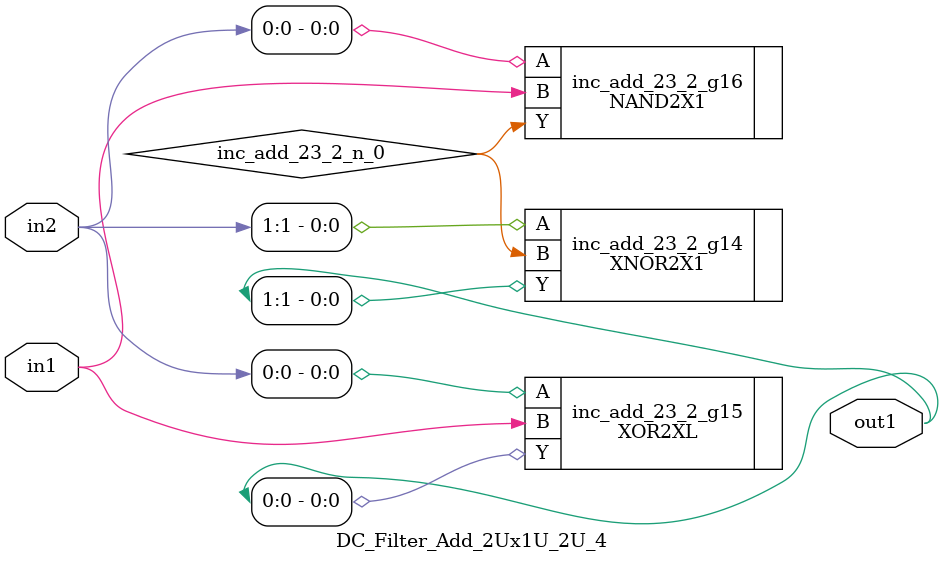
<source format=v>
`timescale 1ps / 1ps


module DC_Filter_Add_2Ux1U_2U_4(in2, in1, out1);
  input [1:0] in2;
  input in1;
  output [1:0] out1;
  wire [1:0] in2;
  wire in1;
  wire [1:0] out1;
  wire inc_add_23_2_n_0;
  XNOR2X1 inc_add_23_2_g14(.A (in2[1]), .B (inc_add_23_2_n_0), .Y
       (out1[1]));
  XOR2XL inc_add_23_2_g15(.A (in2[0]), .B (in1), .Y (out1[0]));
  NAND2X1 inc_add_23_2_g16(.A (in2[0]), .B (in1), .Y
       (inc_add_23_2_n_0));
endmodule



</source>
